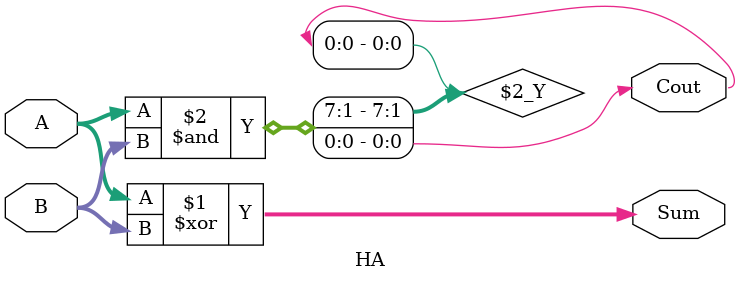
<source format=v>
`timescale 1ns / 1ps


module HA(
    A,
    B,
    Sum,
    Cout    
);

    // Define the input and output signals
    input [7:0]A;
    input [7:0]B;
    output[7:0]Sum;
    output Cout;
    // Define the modules behaviour
    assign Sum = A ^ B; // bitwise xor
    assign Cout = A & B ; // bitwise and
endmodule

</source>
